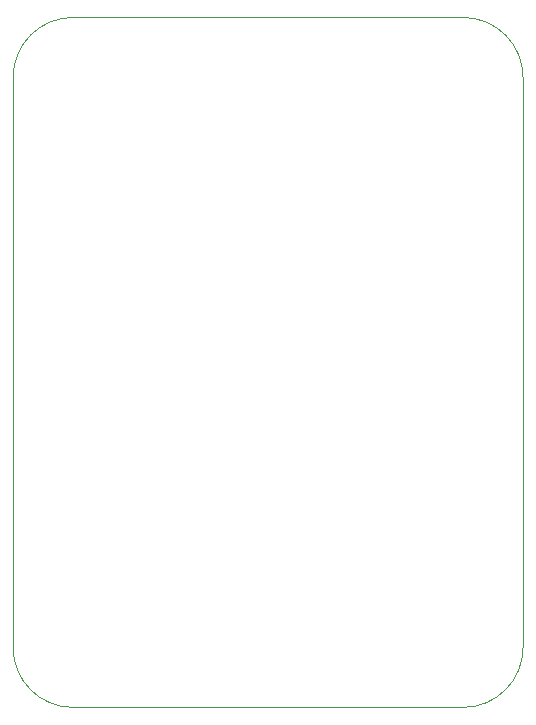
<source format=gbr>
G04 #@! TF.GenerationSoftware,KiCad,Pcbnew,(5.1.6)-1*
G04 #@! TF.CreationDate,2020-06-08T09:52:31+03:00*
G04 #@! TF.ProjectId,Z80,5a38302e-6b69-4636-9164-5f7063625858,rev?*
G04 #@! TF.SameCoordinates,Original*
G04 #@! TF.FileFunction,Profile,NP*
%FSLAX46Y46*%
G04 Gerber Fmt 4.6, Leading zero omitted, Abs format (unit mm)*
G04 Created by KiCad (PCBNEW (5.1.6)-1) date 2020-06-08 09:52:31*
%MOMM*%
%LPD*%
G01*
G04 APERTURE LIST*
G04 #@! TA.AperFunction,Profile*
%ADD10C,0.050000*%
G04 #@! TD*
G04 APERTURE END LIST*
D10*
X82550000Y-91440000D02*
G75*
G02*
X77470000Y-96520000I-5080000J0D01*
G01*
X44450000Y-96520000D02*
G75*
G02*
X39370000Y-91440000I0J5080000D01*
G01*
X39370000Y-43180000D02*
G75*
G02*
X44450000Y-38100000I5080000J0D01*
G01*
X77470000Y-38100000D02*
G75*
G02*
X82550000Y-43180000I0J-5080000D01*
G01*
X39370000Y-91440000D02*
X39370000Y-43180000D01*
X77470000Y-96520000D02*
X44450000Y-96520000D01*
X82550000Y-91440000D02*
X82550000Y-43180000D01*
X44450000Y-38100000D02*
X77470000Y-38100000D01*
M02*

</source>
